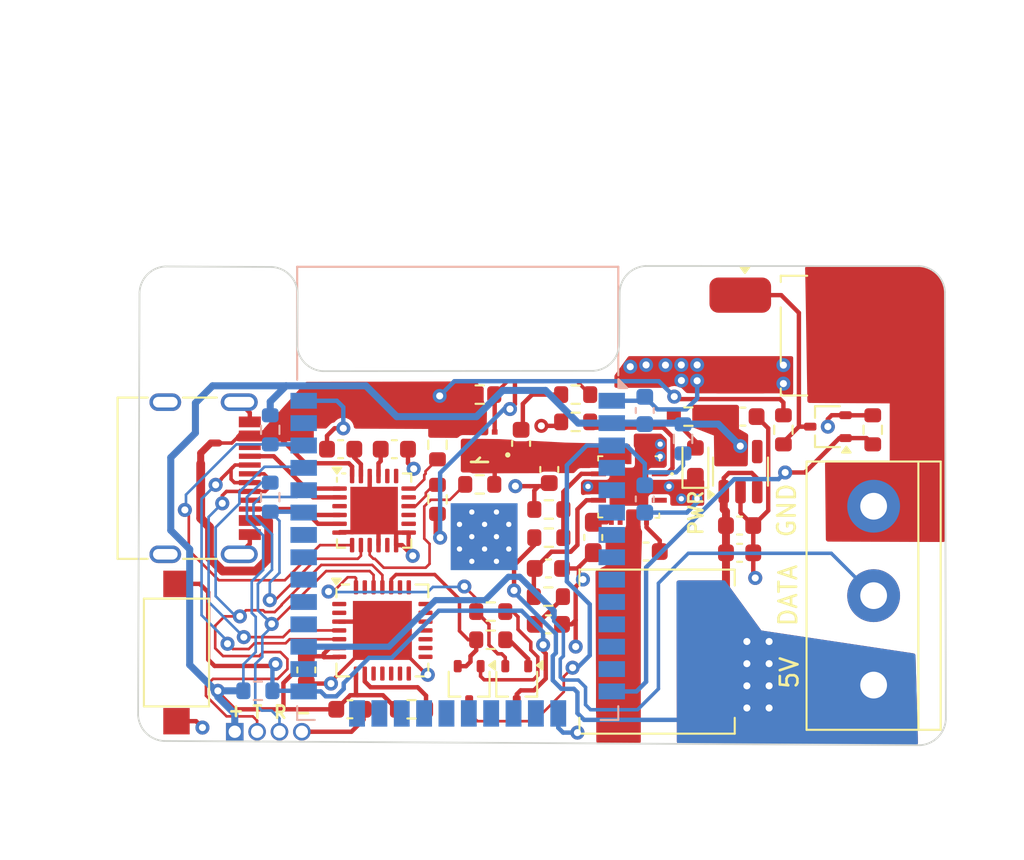
<source format=kicad_pcb>
(kicad_pcb (version 20221018) (generator pcbnew)
  (layers (0 "F.Cu" signal) (1 "In1.Cu" signal) (2 "In2.Cu" signal) (31 "B.Cu" signal) (34 "B.Paste" user) (35 "F.Paste" user) (36 "B.SilkS" user "B.Silkscreen") (37 "F.SilkS" user "F.Silkscreen") (38 "B.Mask" user) (39 "F.Mask" user) (44 "Edge.Cuts" user))
  (net 0 "")
  (net 1 "/BST")
  (net 2 "/SW")
  (net 3 "GND")
  (net 4 "+5V")
  (net 5 "Net-(C4-Pad2)")
  (net 6 "Net-(U2-VREG_2V7)")
  (net 7 "Net-(U2-VREG_1V2)")
  (net 8 "Net-(IC2-COMP)")
  (net 9 "/DRAIN")
  (net 10 "Net-(C10-Pad1)")
  (net 11 "+3.3V")
  (net 12 "Net-(Q2-B)")
  (net 13 "/DTR")
  (net 14 "/IO0")
  (net 15 "Net-(Q3-B)")
  (net 16 "/RTS")
  (net 17 "/EN")
  (net 18 "/FB")
  (net 19 "/SRC")
  (net 20 "/GATE")
  (net 21 "Net-(IC2-RT{slash}CLK)")
  (net 22 "Net-(U2-VBUS_EN_SNK)")
  (net 23 "Net-(U2-DISCH)")
  (net 24 "Net-(U2-VBUS_VS_DISCH)")
  (net 25 "Net-(U5-~{RST})")
  (net 36 "/LED_GND")
  (net 52 "/RX")
  (net 53 "/TX")
  (net 55 "Net-(J1-CC1)")
  (net 57 "Net-(J1-CC2)")
  (net 58 "/SCL")
  (net 59 "/SDA")
  (net 69 "/D+")
  (net 70 "/D-")
  (net 88 "Net-(IC2-SS{slash}TR)")
  (net 91 "Net-(Q4-G)")
  (net 92 "Net-(Q5-B)")
  (net 93 "/LED_DATA")
  (net 94 "Net-(D1-A)")
  (footprint "Package_DFN_QFN:QFN-28-1EP_5x5mm_P0.5mm_EP3.35x3.35mm" (layer "F.Cu") (at 123.02 84.98066)
    (fp_text reference "U5" hide)
    (fp_text value "CP2102N-Axx-xQFN28" hide)
  )
  (footprint "Capacitor_SMD:C_0603_1608Metric" (layer "F.Cu") (at 132.5 75.83566 -90)
    (fp_text reference "C9" hide)
    (fp_text value "10u" hide)
  )
  (footprint "Resistor_SMD:R_0603_1608Metric" (layer "F.Cu") (at 140.4 72.83566)
    (fp_text reference "R17" hide)
    (fp_text value "4k" hide)
  )
  (footprint "Capacitor_SMD:C_0603_1608Metric" (layer "F.Cu") (at 123.7 74.68566)
    (fp_text reference "C6" hide)
    (fp_text value "1u" hide)
  )
  (footprint "Capacitor_SMD:C_0603_1608Metric" (layer "F.Cu") (at 121.175 89.46066)
    (fp_text reference "C13" hide)
    (fp_text value "0.1u" hide)
  )
  (footprint "Capacitor_SMD:C_0603_1608Metric" (layer "F.Cu") (at 138 80.5 180)
    (fp_text reference "C1" hide)
    (fp_text value "0.1u" hide)
  )
  (footprint "Connector_USB:USB_C_Receptacle_G-Switch_GT-USB-7010ASV" (layer "F.Cu") (at 111.765 76.33566 -90)
    (fp_text reference "J1" hide)
    (fp_text value "USB_C_Receptacle")
  )
  (footprint "Capacitor_SMD:C_0603_1608Metric" (layer "F.Cu") (at 132.45 81.46066 180)
    (fp_text reference "C7" hide)
    (fp_text value "30p" hide)
  )
  (footprint "Package_TO_SOT_SMD:SOT-323_SC-70" (layer "F.Cu") (at 127.95 88.01066 -90)
    (fp_text reference "Q3" hide)
    (fp_text value "2SC4213" hide)
  )
  (footprint "Capacitor_SMD:C_0603_1608Metric" (layer "F.Cu") (at 130.9 74.36066 -90)
    (fp_text reference "C10" hide)
    (fp_text value "0.1u" hide)
  )
  (footprint "TPS54620:SN74CBT3126RGYR" (layer "F.Cu") (at 137.025 76.83566 180)
    (fp_text reference "IC2" hide)
    (fp_text value "TPS54620RGYR" hide)
  )
  (footprint "Resistor_SMD:R_0603_1608Metric" (layer "F.Cu") (at 124.675 89.46066)
    (fp_text reference "R12" hide)
    (fp_text value "4k" hide)
  )
  (footprint "Resistor_SMD:R_0603_1608Metric" (layer "F.Cu") (at 128.55 76.68566)
    (fp_text reference "R10" hide)
    (fp_text value "1k" hide)
  )
  (footprint "Inductor_SMD:L_Coilcraft_XAL8050-223" (layer "F.Cu") (at 138.625 86.18566)
    (fp_text reference "L1" hide)
    (fp_text value "3.3uH" hide)
  )
  (footprint "Resistor_SMD:R_0603_1608Metric" (layer "F.Cu") (at 132.45 83.06066 180)
    (fp_text reference "R6" hide)
    (fp_text value "4k" hide)
  )
  (footprint "LED_SMD:LED_0603_1608Metric" (layer "F.Cu") (at 140.8 75.39816 90)
    (fp_text reference "D1" hide)
    (fp_text value "LED_Small" hide)
  )
  (footprint "Resistor_SMD:R_0603_1608Metric" (layer "F.Cu") (at 134 71.58566)
    (fp_text reference "R9" hide)
    (fp_text value "100" hide)
  )
  (footprint "Capacitor_SMD:C_0603_1608Metric" (layer "F.Cu") (at 120.65 74.68566 180)
    (fp_text reference "C5" hide)
    (fp_text value "1u" hide)
  )
  (footprint "Capacitor_SMD:C_0603_1608Metric" (layer "F.Cu") (at 143.3125 80.57316 180)
    (fp_text reference "C3" hide)
    (fp_text value "20u" hide)
  )
  (footprint "yalc:AON2409" (layer "F.Cu") (at 128.5375 74.360661 180)
    (fp_text reference "Q1" hide)
    (fp_text value "PMOS" hide)
  )
  (footprint "Resistor_SMD:R_0603_1608Metric" (layer "F.Cu") (at 145.8 73.58566 90)
    (fp_text reference "R15" hide)
    (fp_text value "4k" hide)
  )
  (footprint "Package_TO_SOT_SMD:TO-252-2_TabPin1" (layer "F.Cu") (at 148.725 68.23566)
    (fp_text reference "Q4" hide)
    (fp_text value "NMOS" hide)
  )
  (footprint "Capacitor_SMD:C_0603_1608Metric_Pad1.08x0.95mm_HandSolder" (layer "F.Cu") (at 135 79.7 90)
    (fp_text reference "C8" hide)
    (fp_text value "2.7n" hide)
  )
  (footprint "Capacitor_SMD:C_0603_1608Metric" (layer "F.Cu") (at 118.7 87.225 -90)
    (fp_text reference "C15" hide)
    (fp_text value "4.7u")
  )
  (footprint "Package_TO_SOT_SMD:SOT-323_SC-70" (layer "F.Cu") (at 148.325 73.40566 180)
    (fp_text reference "Q5" hide)
    (fp_text value "2SC4213" hide)
  )
  (footprint "Button_Switch_SMD:SW_SPST_CK_RS282G05A3" (layer "F.Cu") (at 111.325 86.23566 90)
    (fp_text reference "SW1" hide)
    (fp_text value "SW_Push" hide)
  )
  (footprint "Resistor_SMD:R_0603_1608Metric" (layer "F.Cu") (at 132.475 78.11066 180)
    (fp_text reference "R4" hide)
    (fp_text value "10k" hide)
  )
  (footprint "Capacitor_SMD:C_0603_1608Metric" (layer "F.Cu") (at 143.5 72.83566 180)
    (fp_text reference "C12" hide)
    (fp_text value "10u" hide)
  )
  (footprint "Package_DFN_QFN:QFN-24-1EP_4x4mm_P0.5mm_EP2.7x2.7mm" (layer "F.Cu") (at 122.55 78.17316)
    (fp_text reference "U2" hide)
    (fp_text value "STUSB4500QTR" hide)
  )
  (footprint "Resistor_SMD:R_0603_1608Metric" (layer "F.Cu") (at 132.475 79.71066)
    (fp_text reference "R3" hide)
    (fp_text value "52.3k" hide)
  )
  (footprint "Connector_PinSocket_1.27mm:PinSocket_1x04_P1.27mm_Vertical" (layer "F.Cu") (at 114.635 90.73566 90)
    (fp_text reference "J3" hide)
    (fp_text value "Conn_01x04_Pin" hide)
  )
  (footprint "Capacitor_SMD:C_0603_1608Metric" (layer "F.Cu") (at 143.3125 79.02316 180)
    (fp_text reference "C2" hide)
    (fp_text value "20u" hide)
  )
  (footprint "Resistor_SMD:R_0603_1608Metric" (layer "F.Cu") (at 126.15 74.43566 90)
    (fp_text reference "R11" hide)
    (fp_text value "1k" hide)
  )
  (footprint "Resistor_SMD:R_0603_1608Metric" (layer "F.Cu") (at 129.175 83.91066)
    (fp_text reference "R14" hide)
    (fp_text value "4k" hide)
  )
  (footprint "Resistor_SMD:R_0603_1608Metric" (layer "F.Cu") (at 134 73.13566)
    (fp_text reference "R7" hide)
    (fp_text value "52.3k" hide)
  )
  (footprint "Resistor_SMD:R_0603_1608Metric" (layer "F.Cu") (at 126.15 77.53566 -90)
    (fp_text reference "R8" hide)
    (fp_text value "22k" hide)
  )
  (footprint "TerminalBlock:TerminalBlock_bornier-3_P5.08mm" (layer "F.Cu") (at 150.925 88.08566 90)
    (fp_text reference "J2" hide)
    (fp_text value "Conn_01x03_Pin")
  )
  (footprint "Resistor_SMD:R_0603_1608Metric" (layer "F.Cu") (at 128.55 71.58566 180)
    (fp_text reference "R5" hide)
    (fp_text value "100k" hide)
  )
  (footprint "Package_TO_SOT_SMD:SOT-23-5" (layer "F.Cu") (at 143.3625 75.96066 90)
    (fp_text reference "U3" hide)
    (fp_text value "LD39015M25R" hide)
  )
  (footprint "Resistor_SMD:R_0603_1608Metric" (layer "F.Cu") (at 129.175 85.51066)
    (fp_text reference "R13" hide)
    (fp_text value "4k" hide)
  )
  (footprint "Package_TO_SOT_SMD:SOT-323_SC-70" (layer "F.Cu") (at 130.6525 88.01066 -90)
    (fp_text reference "Q2" hide)
    (fp_text value "2SC4213" hide)
  )
  (footprint "Capacitor_SMD:C_0603_1608Metric" (layer "F.Cu") (at 132.45 84.63566 180)
    (fp_text reference "C4" hide)
    (fp_text value "16n" hide)
  )
  (footprint "Resistor_SMD:R_0603_1608Metric" (layer "F.Cu") (at 150.875 73.58566 90)
    (fp_text reference "R16" hide)
    (fp_text value "4k" hide)
  )
  (footprint "Resistor_SMD:R_0603_1608Metric" (layer "B.Cu") (at 115.95 88.41066)
    (fp_text reference "R1" hide)
    (fp_text value "4k" hide)
  )
  (footprint "Resistor_SMD:R_0603_1608Metric" (layer "B.Cu") (at 116.65 77.41066 90)
    (fp_text reference "R18" hide)
    (fp_text value "4k" hide)
  )
  (footprint "Capacitor_SMD:C_0603_1608Metric" (layer "B.Cu") (at 137.925 77.51066 90)
    (fp_text reference "C14" hide)
    (fp_text value "10u" hide)
  )
  (footprint "Capacitor_SMD:C_0603_1608Metric" (layer "B.Cu") (at 137.925 72.48566 90)
    (fp_text reference "C11" hide)
    (fp_text value "0.1u" hide)
  )
  (footprint "Resistor_SMD:R_0603_1608Metric" (layer "B.Cu") (at 116.65 73.58566 90)
    (fp_text reference "R19" hide)
    (fp_text value "4k" hide)
  )
  (footprint "RF_Module:ESP32-WROOM-32D" (layer "B.Cu") (at 127.3 80.18566 180)
    (fp_text reference "U1" hide)
    (fp_text value "ESP32-WROOM-32D")
  )
  (footprint "Resistor_SMD:R_0603_1608Metric" (layer "B.Cu") (at 140.1 74.1 -90)
    (fp_text reference "R2" hide)
    (fp_text value "4k" hide)
  )
  (gr_line (start 153.5 64.28566) (end 137.968057 64.280965) (stroke (width 0.1)) (layer "Edge.Cuts"))
  (gr_line (start 155.025392 90.025839) (end 154.974668 65.754099) (stroke (width 0.1)) (layer "Edge.Cuts"))
  (gr_arc (start 155.025392 90.025839) (mid 154.57499 91.045796) (end 153.556953 91.500507) (stroke (width 0.1)) (layer "Edge.Cuts"))
  (gr_line (start 135 70.23566) (end 119.649668 70.254099) (stroke (width 0.1)) (layer "Edge.Cuts"))
  (gr_arc (start 116.730027 64.335278) (mid 117.749978 64.78567) (end 118.204695 65.803717) (stroke (width 0.1)) (layer "Edge.Cuts"))
  (gr_line (start 118.175 68.78566) (end 118.204695 65.803717) (stroke (width 0.1)) (layer "Edge.Cuts"))
  (gr_arc (start 110.619973 91.261042) (mid 109.600022 90.81065) (end 109.145305 89.792603) (stroke (width 0.1)) (layer "Edge.Cuts"))
  (gr_line (start 136.499618 65.755633) (end 136.468439 68.760992) (stroke (width 0.1)) (layer "Edge.Cuts"))
  (gr_line (start 110.693057 64.305965) (end 116.730027 64.335278) (stroke (width 0.1)) (layer "Edge.Cuts"))
  (gr_arc (start 119.649668 70.254099) (mid 118.629701 69.803709) (end 118.175 68.78566) (stroke (width 0.1)) (layer "Edge.Cuts"))
  (gr_arc (start 136.468439 68.760992) (mid 136.018049 69.780959) (end 135 70.23566) (stroke (width 0.1)) (layer "Edge.Cuts"))
  (gr_arc (start 136.499618 65.755633) (mid 136.95001 64.735682) (end 137.968057 64.280965) (stroke (width 0.1)) (layer "Edge.Cuts"))
  (gr_arc (start 153.5 64.28566) (mid 154.519973 64.736042) (end 154.974668 65.754099) (stroke (width 0.1)) (layer "Edge.Cuts"))
  (gr_line (start 110.619973 91.261042) (end 153.556953 91.500507) (stroke (width 0.1)) (layer "Edge.Cuts"))
  (gr_arc (start 109.224618 65.780633) (mid 109.67501 64.760682) (end 110.693057 64.305965) (stroke (width 0.1)) (layer "Edge.Cuts"))
  (gr_line (start 109.224618 65.780633) (end 109.145305 89.792603) (stroke (width 0.1)) (layer "Edge.Cuts"))
  (gr_text "PWR" (at 141.3 79.66066 90) (layer "F.SilkS") (effects (font (size 0.8 0.8)) (justify left bottom)))
  (gr_text "-" (at 118 90.03566) (layer "F.SilkS") (effects (font (size 0.7 0.7)) (justify left bottom)))
  (gr_text "5V" (at 146.725 88.38566 90) (layer "F.SilkS") (effects (font (size 1 1)) (justify left bottom)))
  (gr_text "R" (at 116.775 90.03566) (layer "F.SilkS") (effects (font (size 0.7 0.7)) (justify left bottom)))
  (gr_text "+" (at 114.175 89.93566) (layer "F.SilkS") (effects (font (size 0.7 0.7)) (justify left bottom)))
  (gr_text "T" (at 115.55 90.03566) (layer "F.SilkS") (effects (font (size 0.7 0.7)) (justify left bottom)))
  (gr_text "DATA" (at 146.65 84.83566 90) (layer "F.SilkS") (effects (font (size 1 1)) (justify left bottom)))
  (gr_text "GND" (at 146.575 79.78566 90) (layer "F.SilkS") (effects (font (size 1 1)) (justify left bottom)))
  (segment (start 138.775 79.875) (end 138.775 80.5) (width 0.25) (layer "F.Cu") (net 1))
  (segment (start 138.025 78.56066) (end 138.025 79.125) (width 0.25) (layer "F.Cu") (net 1))
  (segment (start 138.025 79.125) (end 138.775 79.875) (width 0.25) (layer "F.Cu") (net 1))
  (segment (start 131.9 76.78566) (end 132.325 76.78566) (width 0.25) (layer "F.Cu") (net 3))
  (segment (start 130.575 76.78566) (end 131.4 76.78566) (width 0.25) (layer "F.Cu") (net 3))
  (segment (start 122.55 78.17316) (end 123.8 79.42316) (width 0.25) (layer "F.Cu") (net 3))
  (segment (start 143.3625 77.09816) (end 143.3625 78.29816) (width 0.25) (layer "F.Cu") (net 3))
  (segment (start 149.33 72.76066) (end 149.325 72.75566) (width 0.25) (layer "F.Cu") (net 3))
  (segment (start 122.8 78.42316) (end 122.55 78.17316) (width 0.25) (layer "F.Cu") (net 3))
  (segment (start 133.76434 84.63566) (end 134 84.4) (width 0.25) (layer "F.Cu") (net 3))
  (segment (start 137.525 75.11066) (end 138.025 75.11066) (width 0.25) (layer "F.Cu") (net 3))
  (segment (start 123.8 79.42316) (end 124.5125 79.42316) (width 0.25) (layer "F.Cu") (net 3))
  (segment (start 150.875 72.76066) (end 149.33 72.76066) (width 0.25) (layer "F.Cu") (net 3))
  (segment (start 134 84.4) (end 134 85.9) (width 0.25) (layer "F.Cu") (net 3))
  (segment (start 133.225 81.46066) (end 134.10184 81.46066) (width 0.25) (layer "F.Cu") (net 3))
  (segment (start 148.325 72.975) (end 148.54434 72.75566) (width 0.25) (layer "F.Cu") (net 3))
  (segment (start 115.49 79.53566) (end 115.49 80.05566) (width 0.25) (layer "F.Cu") (net 3))
  (segment (start 124.799097 75.799097) (end 124.475 75.475) (width 0.25) (layer "F.Cu") (net 3))
  (segment (start 121.325 79.39816) (end 122.55 78.17316) (width 0.25) (layer "F.Cu") (net 3))
  (segment (start 118.7 88) (end 120.1 88) (width 0.25) (layer "F.Cu") (net 3))
  (segment (start 125.53934 87.5) (end 123.02 84.98066) (width 0.2) (layer "F.Cu") (net 3))
  (segment (start 132.325 76.78566) (end 132.5 76.61066) (width 0.25) (layer "F.Cu") (net 3))
  (segment (start 134.412299 82.087701) (end 134.18125 81.856652) (width 0.25) (layer "F.Cu") (net 3))
  (segment (start 123.8 79.42316) (end 123.8 80.13566) (width 0.25) (layer "F.Cu") (net 3))
  (segment (start 120.1 88) (end 120.1 87.9) (width 0.2) (layer "F.Cu") (net 3))
  (segment (start 122.52 84.48066) (end 123.02 84.98066) (width 0.25) (layer "F.Cu") (net 3))
  (segment (start 120.6125 79.39816) (end 121.325 79.39816) (width 0.25) (layer "F.Cu") (net 3))
  (segment (start 120.5875 79.42316) (end 120.6125 79.39816) (width 0.25) (layer "F.Cu") (net 3))
  (segment (start 131.65 78.11066) (end 131.65 77.03566) (width 0.25) (layer "F.Cu") (net 3))
  (segment (start 144.0875 79.02316) (end 144.0875 80.57316) (width 0.25) (layer "F.Cu") (net 3))
  (segment (start 144.0875 81.8875) (end 144.2 82) (width 0.25) (layer "F.Cu") (net 3))
  (segment (start 120.8 73.5) (end 120.3 73.5) (width 0.25) (layer "F.Cu") (net 3))
  (segment (start 134 84.4) (end 134 82.5) (width 0.25) (layer "F.Cu") (net 3))
  (segment (start 124.743767 80.743767) (end 124.5125 80.5125) (width 0.25) (layer "F.Cu") (net 3))
  (segment (start 122.8 80.13566) (end 122.8 78.42316) (width 0.25) (layer "F.Cu") (net 3))
  (segment (start 132.05 73.36066) (end 132.95 73.36066) (width 0.25) (layer "F.Cu") (net 3))
  (segment (start 137.025 76.83566) (end 137.525 76.33566) (width 0.25) (layer "F.Cu") (net 3))
  (segment (start 134.975 80.63566) (end 135 80.61066) (width 0.25) (layer "F.Cu") (net 3))
  (segment (start 137.525 76.33566) (end 137.525 75.11066) (width 0.25) (layer "F.Cu") (net 3))
  (segment (start 121.95 90.05) (end 121.95 89.46066) (width 0.25) (layer "F.Cu") (net 3))
  (segment (start 133.225 84.63566) (end 133.76434 84.63566) (width 0.25) (layer "F.Cu") (net 3))
  (segment (start 143.3625 78.29816) (end 144.0875 79.02316) (width 0.25) (layer "F.Cu") (net 3))
  (segment (start 148.325 73.40566) (end 148.325 72.975) (width 0.25) (layer "F.Cu") (net 3))
  (segment (start 124.743767 80.743767) (end 124.13566 80.13566) (width 0.25) (layer "F.Cu") (net 3))
  (segment (start 124.5125 80.5125) (end 124.5125 79.42316) (width 0.25) (layer "F.Cu") (net 3))
  (segment (start 124.13566 80.13566) (end 123.8 80.13566) (width 0.25) (layer "F.Cu") (net 3))
  (segment (start 115.49 80.05566) (end 114.89 80.65566) (width 0.25) (layer "F.Cu") (net 3))
  (segment (start 144.0875 80.57316) (end 144.0875 81.8875) (width 0.25) (layer "F.Cu") (net 3))
  (segment (start 125.6 87.5) (end 125.53934 87.5) (width 0.25) (layer "F.Cu") (net 3))
  (segment (start 144.9375 73.49816) (end 144.275 72.83566) (width 0.25) (layer "F.Cu") (net 3))
  (segment (start 144.0875 79.02316) (end 144.9375 78.17316) (width 0.25) (layer "F.Cu") (net 3))
  (segment (start 122.3 76.21066) (end 122.3 77.92316) (width 0.25) (layer "F.Cu") (net 3))
  (segment (start 120.3 73.5) (end 119.875 73.925) (width 0.25) (layer "F.Cu") (net 3))
  (segment (start 115.49 73.13566) (end 115.49 72.61566) (width 0.25) (layer "F.Cu") (net 3))
  (segment (start 134 82.5) (end 134.412299 82.087701) (width 0.25) (layer "F.Cu") (net 3))
  (segment (start 144.9375 78.17316) (end 144.9375 73.49816) (width 0.25) (layer "F.Cu") (net 3))
  (segment (start 120.57 84.48066) (end 122.52 84.48066) (width 0.25) (layer "F.Cu") (net 3))
  (segment (start 124.475 75.475) (end 124.475 74.68566) (width 0.25) (layer "F.Cu") (net 3))
  (segment (start 122.3 77.92316) (end 122.55 78.17316) (width 0.25) (layer "F.Cu") (net 3))
  (segment (start 134.18125 81.856652) (end 134.18125 81.38125) (width 0.25) (layer "F.Cu") (net 3))
  (segment (start 131.65 77.03566) (end 131.9 76.78566) (width 0.25) (layer "F.Cu") (net 3))
  (segment (start 118.445 90.73566) (end 121.26434 90.73566) (width 0.25) (layer "F.Cu") (net 3))
  (segment (start 115.49 72.61566) (end 114.89 72.01566) (width 0.25) (layer "F.Cu") (net 3))
  (segment (start 121.26434 90.73566) (end 121.95 90.05) (width 0.25) (layer "F.Cu") (net 3))
  (segment (start 131.4 76.78566) (end 131.9 76.78566) (width 0.25) (layer "F.Cu") (net 3))
  (segment (start 112.43566 90.13566) (end 112.8 90.5) (width 0.25) (layer "F.Cu") (net 3))
  (segment (start 134.10184 81.46066) (end 134.18125 81.38125) (width 0.25) (layer "F.Cu") (net 3))
  (segment (start 132.95 73.36066) (end 133.175 73.13566) (width 0.25) (layer "F.Cu") (net 3))
  (segment (start 119.875 73.925) (end 119.875 74.68566) (width 0.25) (layer "F.Cu") (net 3))
  (segment (start 123.01934 84.98066) (end 123.02 84.98066) (width 0.2) (layer "F.Cu") (net 3))
  (segment (start 111.325 90.13566) (end 112.43566 90.13566) (width 0.25) (layer "F.Cu") (net 3))
  (segment (start 148.54434 72.75566) (end 149.325 72.75566) (width 0.25) (layer "F.Cu") (net 3))
  (segment (start 133.225 81.46066) (end 133.225 81.36066) (width 0.25) (layer "F.Cu") (net 3))
  (segment (start 134.18125 81.38125) (end 135 80.5625) (width 0.25) (layer "F.Cu") (net 3))
  (segment (start 120.1 87.9) (end 123.01934 84.98066) (width 0.2) (layer "F.Cu") (net 3))
  (via (at 134.1 90.78516) (size 0.8) (drill 0.4) (layers "F.Cu" "B.Cu") (net 3))
  (via (at 144.2 82) (size 0.8) (drill 0.4) (layers "F.Cu" "B.Cu") (net 3))
  (via (at 120.8 73.5) (size 0.8) (drill 0.4) (layers "F.Cu" "B.Cu") (net 3))
  (via (at 138.8 74.4) (size 0.6) (drill 0.3) (layers "F.Cu" "B.Cu") (net 3))
  (via (at 140 77.5) (size 0.6) (drill 0.3) (layers "F.Cu" "B.Cu") (net 3))
  (via (at 138.8 75.1) (size 0.6) (drill 0.3) (layers "F.Cu" "B.Cu") (net 3))
  (via (at 148.325 73.40566) (size 0.8) (drill 0.4) (layers "F.Cu" "B.Cu") (net 3))
  (via (at 124.799097 75.799097) (size 0.8) (drill 0.4) (layers "F.Cu" "B.Cu") (net 3))
  (via (at 132.05 73.36066) (size 0.8) (drill 0.4) (layers "F.Cu" "B.Cu") (remove_unused_layers) (zone_layer_connections "In1.Cu" "In2.Cu") (net 3))
  (via (at 137.1 70) (size 0.8) (drill 0.4) (layers "F.Cu" "B.Cu") (net 3))
  (via (at 134.412299 82.087701) (size 0.8) (drill 0.4) (layers "F.Cu" "B.Cu") (net 3))
  (via (at 140.005937 70.786643) (size 0.8) (drill 0.4) (layers "F.Cu" "B.Cu") (net 3))
  (via (at 130.575 76.78566) (size 0.8) (drill 0.4) (layers "F.Cu" "B.Cu") (net 3))
  (via (at 139.1 69.91066) (size 0.8) (drill 0.4) (layers "F.Cu" "B.Cu") (net 3))
  (via (at 140.9 69.9) (size 0.8) (drill 0.4) (layers "F.Cu" "B.Cu") (net 3))
  (via (at 120.1 88) (size 0.8) (drill 0.4) (layers "F.Cu" "B.Cu") (net 3))
  (via (at 145.8 70.96066) (size 0.8) (drill 0.4) (layers "F.Cu" "B.Cu") (net 3))
  (via (at 140.9 70.8) (size 0.8) (drill 0.4) (layers "F.Cu" "B.Cu") (net 3))
  (via (at 112.8 90.5) (size 0.8) (drill 0.4) (layers "F.Cu" "B.Cu") (net 3))
  (via (at 140 69.9) (size 0.8) (drill 0.4) (layers "F.Cu" "B.Cu") (net 3))
  (via (at 124.743767 80.743767) (size 0.8) (drill 0.4) (layers "F.Cu" "B.Cu") (net 3))
  (via (at 145.8 69.91066) (size 0.8) (drill 0.4) (layers "F.Cu" "B.Cu") (net 3))
  (via (at 134 85.9) (size 0.8) (drill 0.4) (layers "F.Cu" "B.Cu") (net 3))
  (via (at 125.6 87.5) (size 0.8) (drill 0.4) (layers "F.Cu" "B.Cu") (net 3))
  (via (at 134.7 76.8) (size 0.6) (drill 0.3) (layers "F.Cu" "B.Cu") (net 3))
  (via (at 138 69.9) (size 0.8) (drill 0.4) (layers "F.Cu" "B.Cu") (net 3))
  (via (at 140.9 77.5) (size 0.6) (drill 0.3) (layers "F.Cu" "B.Cu") (net 3))
  (via (at 139.3 76.8) (size 0.6) (drill 0.3) (layers "F.Cu" "B.Cu") (net 3))
  (segment (start 138.63934 72.425) (end 140.275 72.425) (width 0.25) (layer "B.Cu") (net 3))
  (segment (start 140.9 71.8) (end 140.9 70.8) (width 0.25) (layer "B.Cu") (net 3))
  (segment (start 120.43566 71.93566) (end 118.55 71.93566) (width 0.25) (layer "B.Cu") (net 3))
  (segment (start 137.925 71.71066) (end 138.63934 72.425) (width 0.25) (layer "B.Cu") (net 3))
  (segment (start 137.7 71.93566) (end 137.925 71.71066) (width 0.25) (layer "B.Cu") (net 3))
  (segment (start 140.275 72.425) (end 140.9 71.8) (width 0.25) (layer "B.Cu") (net 3))
  (segment (start 140.937701 77.437701) (end 140.937701 77.662299) (width 0.25) (layer "B.Cu") (net 3))
  (segment (start 120.8 72.3) (end 120.43566 71.93566) (width 0.25) (layer "B.Cu") (net 3))
  (segment (start 140.31434 78.28566) (end 137.925 78.28566) (width 0.25) (layer "B.Cu") (net 3))
  (segment (start 136.05 71.93566) (end 137.7 71.93566) (width 0.25) (layer "B.Cu") (net 3))
  (segment (start 134.1 90.78516) (end 133.28516 90.78516) (width 0.25) (layer "B.Cu") (net 3))
  (segment (start 140.937701 77.662299) (end 140.31434 78.28566) (width 0.25) (layer "B.Cu") (net 3))
  (segment (start 120.8 73.5) (end 120.8 72.3) (width 0.25) (layer "B.Cu") (net 3))
  (segment (start 133.28516 90.78516) (end 133.01 90.51) (width 0.25) (layer "B.Cu") (net 3))
  (segment (start 137.925 78.28566) (end 137.925 78.425) (width 0.25) (layer "B.Cu") (net 3))
  (segment (start 133.01 90.51) (end 133.01 89.69566) (width 0.25) (layer "B.Cu") (net 3))
  (segment (start 130.5 81.28566) (end 131.65 80.13566) (width 0.25) (layer "F.Cu") (net 4))
  (segment (start 142.5375 79.02316) (end 142.5375 80.57316) (width 0.45) (layer "F.Cu") (net 4))
  (segment (start 130.5 82.71066) (end 130.5 81.28566) (width 0.25) (layer "F.Cu") (net 4))
  (segment (start 142.4125 78.09816) (end 142.4125 77.09816) (width 0.45) (layer "F.Cu") (net 4))
  (segment (start 142.7 76.03566) (end 144 76.03566) (width 0.25) (layer "F.Cu") (net 4))
  (segment (start 131.65 80.13566) (end 131.65 79.71066) (width 0.25) (layer "F.Cu") (net 4))
  (segment (start 144 76.03566) (end 144.3125 76.34816) (width 0.25) (layer "F.Cu") (net 4))
  (segment (start 142.5375 84.85316) (end 141.205 86.18566) (width 0.45) (layer "F.Cu") (net 4))
  (segment (start 144.3125 76.34816) (end 144.3125 77.09816) (width 0.25) (layer "F.Cu") (net 4))
  (segment (start 142.4125 77.09816) (end 142.4125 76.32316) (width 0.25) (layer "F.Cu") (net 4))
  (segment (start 142.5375 80.57316) (end 142.5375 84.85316) (width 0.45) (layer "F.Cu") (net 4))
  (segment (start 142.5375 78.22316) (end 142.4125 78.09816) (width 0.45) (layer "F.Cu") (net 4))
  (segment (start 142.5375 79.02316) (end 142.5375 78.22316) (width 0.45) (layer "F.Cu") (net 4))
  (segment (start 142.4125 76.32316) (end 142.7 76.03566) (width 0.25) (layer "F.Cu") (net 4))
  (via (at 144.9875 88.127326) (size 0.8) (drill 0.4) (layers "F.Cu" "B.Cu") (net 4))
  (via (at 143.725 86.868993) (size 0.8) (drill 0.4) (layers "F.Cu" "B.Cu") (net 4))
  (via (at 144.9875 89.38566) (size 0.8) (drill 0.4) (layers "F.Cu" "B.Cu") (net 4))
  (via (at 130.5 82.71066) (size 0.8) (drill 0.4) (layers "F.Cu" "B.Cu") (net 4))
  (via (at 143.725 85.61066) (size 0.8) (drill 0.4) (layers "F.Cu" "B.Cu") (net 4))
  (via (at 143.725 89.38566) (size 0.8) (drill 0.4) (layers "F.Cu" "B.Cu") (net 4))
  (via (at 143.725 88.127326) (size 0.8) (drill 0.4) (layers "F.Cu" "B.Cu") (net 4))
  (via (at 144.9875 86.868993) (size 0.8) (drill 0.4) (layers "F.Cu" "B.Cu") (net 4))
  (via (at 144.9875 85.61066) (size 0.8) (drill 0.4) (layers "F.Cu" "B.Cu") (net 4))
  (segment (start 134.1 88.5) (end 133.9 88.3) (width 0.25) (layer "B.Cu") (net 4))
  (segment (start 130.5 82.799264) (end 130.5 82.71066) (width 0.25) (layer "B.Cu") (net 4))
  (segment (start 132.7 86.435964) (end 132.875 86.260964) (width 0.25) (layer "B.Cu") (net 4))
  (segment (start 133.9 88.3) (end 133.1883 88.3) (width 0.25) (layer "B.Cu") (net 4))
  (segment (start 132.875 86.260964) (end 132.875 85.174264) (width 0.25) (layer "B.Cu") (net 4))
  (segment (start 133.1883 88.3) (end 132.7 87.8117) (width 0.25) (layer "B.Cu") (net 4))
  (segment (start 134.475 90.06066) (end 134.1 89.68566) (width 0.25) (layer "B.Cu") (net 4))
  (segment (start 143.05 90.06066) (end 134.475 90.06066) (width 0.25) (layer "B.Cu") (net 4))
  (segment (start 143.725 89.38566) (end 143.05 90.06066) (width 0.25) (layer "B.Cu") (net 4))
  (segment (start 132.875 85.174264) (end 130.5 82.799264) (width 0.25) (layer "B.Cu") (net 4))
  (segment (start 132.7 87.8117) (end 132.7 86.435964) (width 0.25) (layer "B.Cu") (net 4))
  (segment (start 134.1 89.68566) (end 134.1 88.5) (width 0.25) (layer "B.Cu") (net 4))
  (segment (start 131.7 84.71066) (end 133.275 83.13566) (width 0.25) (layer "F.Cu") (net 5))
  (segment (start 131.675 84.71066) (end 131.7 84.71066) (width 0.25) (layer "F.Cu") (net 5))
  (segment (start 121.8 75.53566) (end 121.8 76.21066) (width 0.25) (layer "F.Cu") (net 6))
  (segment (start 121.425 75.16066) (end 121.8 75.53566) (width 0.25) (layer "F.Cu") (net 6))
  (segment (start 121.425 74.68566) (end 121.425 75.16066) (width 0.25) (layer "F.Cu") (net 6))
  (segment (start 122.8 75.48566) (end 122.8 76.21066) (width 0.25) (layer "F.Cu") (net 7))
  (segment (start 122.925 75.36066) (end 122.8 75.48566) (width 0.25) (layer "F.Cu") (net 7))
  (segment (start 122.925 74.68566) (end 122.925 75.36066) (width 0.25) (layer "F.Cu") (net 7))
  (segment (start 134.61434 77.58566) (end 135.3 77.58566) (width 0.25) (layer "F.Cu") (net 8))
  (segment (start 134.1 80.128122) (end 134.1 78.1) (width 0.25) (layer "F.Cu") (net 8))
  (segment (start 132.625 80.51066) (end 133.717462 80.51066) (width 0.25) (layer "F.Cu") (net 8))
  (segment (start 134.1 78.1) (end 134.61434 77.58566) (width 0.25) (layer "F.Cu") (net 8))
  (segment (start 131.625 83.13566) (end 131.625 81.63566) (width 0.25) (layer "F.Cu") (net 8))
  (segment (start 131.625 81.63566) (end 131.675 81.58566) (width 0.25) (layer "F.Cu") (net 8))
  (segment (start 131.675 81.46066) (end 132.625 80.51066) (width 0.25) (layer "F.Cu") (net 8))
  (segment (start 133.717462 80.51066) (end 134.1 80.128122) (width 0.25) (layer "F.Cu") (net 8))
  (segment (start 129.4 76.66066) (end 129.375 76.68566) (width 0.25) (layer "F.Cu") (net 9))
  (segment (start 129.4 75.01066) (end 129.4 76.66066) (width 0.25) (layer "F.Cu") (net 9))
  (segment (start 131 73.48566) (end 131 72.110355) (width 0.25) (layer "F.Cu") (net 10))
  (segment (start 131 72.110355) (end 131.524695 71.58566) (width 0.25) (layer "F.Cu") (net 10))
  (segment (start 131.524695 71.58566) (end 133.175 71.58566) (width 0.25) (layer "F.Cu") (net 10))
  (segment (start 130.9 73.58566) (end 131 73.48566) (width 0.25) (layer "F.Cu") (net 10))
  (segment (start 119.7 86.5) (end 119.7 86.3) (width 0.25) (layer "F.Cu") (net 11))
  (segment (start 114.625 89.46066) (end 113.6375 88.47316) (width 0.25) (layer "F.Cu") (net 11))
  (segment (start 121.52 87.43066) (end 121.52 88.58066) (width 0.25) (layer "F.Cu") (net 11))
  (segment (start 123.85 89.46066) (end 123.85 89.28566) (width 0.2) (layer "F.Cu") (net 11))
  (segment (start 117.4 89.46066) (end 114.625 89.46066) (width 0.25) (layer "F.Cu") (net 11))
  (segment (start 143.0375 74.82316) (end 143.3 74.56066) (width 0.25) (layer "F.Cu") (net 11))
  (segment (start 118.7 86.45) (end 119.65 86.45) (width 0.25) (layer "F.Cu") (net 11))
  (segment (start 118.7 86.665686) (end 117.4 87.965686) (width 0.25) (layer "F.Cu") (net 11))
  (segment (start 143.35 74.51066) (end 143.3 74.56066) (width 0.25) (layer "F.Cu") (net 11))
  (segment (start 119.7 86.3) (end 120.01934 85.98066) (width 0.25) (layer "F.Cu") (net 11))
  (segment (start 121.52 88.58066) (end 121.6 88.66066) (width 0.25) (layer "F.Cu") (net 11))
  (segment (start 120.01934 85.98066) (end 120.57 85.98066) (width 0.25) (layer "F.Cu") (net 11))
  (segment (start 121.6 88.66066) (end 123.05 88.66066) (width 0.25) (layer "F.Cu") (net 11))
  (segment (start 120.4 89.46066) (end 121.2 88.66066) (width 0.25) (layer "F.Cu") (net 11))
  (segment (start 119.7 86.5) (end 120.55066 86.5) (width 0.25) (layer "F.Cu") (net 11))
  (segment (start 121.2 88.66066) (end 121.6 88.66066) (width 0.25) (layer "F.Cu") (net 11))
  (segment (start 119.65 86.45) (end 119.7 86.5) (width 0.25) (layer "F.Cu") (net 11))
  (segment (start 120.4 89.46066) (end 117.4 89.46066) (width 0.25) (layer "F.Cu") (net 11))
  (segment (start 123.05 88.66066) (end 123.85 89.46066) (width 0.25) (layer "F.Cu") (net 11))
  (segment (start 142.4125 74.82316) (end 143.0375 74.82316) (width 0.25) (layer "F.Cu") (net 11))
  (segment (start 118.7 86.45) (end 118.7 86.665686) (width 0.25) (layer "F.Cu") (net 11))
  (segment (start 120.55066 86.5) (end 120.57 86.48066) (width 0.25) (layer "F.Cu") (net 11))
  (segment (start 117.4 87.965686) (end 117.4 89.46066) (width 0.25) (layer "F.Cu") (net 11))
  (via (at 143.35 74.51066) (size 0.8) (drill 0.4) (layers "F.Cu" "B.Cu") (net 11))
  (via (at 113.675 88.41066) (size 0.8) (drill 0.4) (layers "F.Cu" "B.Cu") (net 11))
  (segment (start 116.25 81.540686) (end 115.6 82.190686) (width 0.15) (layer "B.Cu") (net 11))
  (segment (start 112.075 86.93566) (end 113.55 88.41066) (width 0.4) (layer "B.Cu") (net 11))
  (segment (start 137.4 73.20566) (end 140.03066 73.20566) (width 0.4) (layer "B.Cu") (net 11))
  (segment (start 112.075 80.367868) (end 112.075 86.93566) (width 0.4) (layer "B.Cu") (net 11))
  (segment (start 111 75.16066) (end 111 79.292868) (width 0.4) (layer "B.Cu") (net 11))
  (segment (start 113.675 88.41066) (end 113.675 88.76066) (width 0.4) (layer "B.Cu") (net 11))
  (segment (start 115.825 84.210229) (end 115.825 86.21066) (width 0.15) (layer "B.Cu") (net 11))
  (segment (start 123.83566 72.83566) (end 122.08566 71.08566) (width 0.4) (layer "B.Cu") (net 11))
  (segment (start 113.55 88.41066) (end 113.675 88.41066) (width 0.4) (layer "B.Cu") (net 11))
  (segment (start 140.1 73.275) (end 140.11434 73.26066) (width 0.4) (layer "B.Cu") (net 11))
  (segment (start 113.675 88.76066) (end 114.635 89.72066) (width 0.4) (layer "B.Cu") (net 11))
  (segment (start 115.6 82.190686) (end 115.6 83.985229) (width 0.15) (layer "B.Cu") (net 11))
  (segment (start 137.4 73.20566) (end 137.87 73.20566) (width 0.4) (layer "B.Cu") (net 11))
  (segment (start 115.325 78.66066) (end 116.25 79.58566) (width 0.15) (layer "B.Cu") (net 11))
  (segment (start 117.55 71.08566) (end 113.375 71.08566) (width 0.4) (layer "B.Cu") (net 11))
  (segment (start 112.4 73.76066) (end 111 75.16066) (width 0.4) (layer "B.Cu") (net 11))
  (segment (start 112.4 72.06066) (end 112.4 73.76066) (width 0.4) (layer "B.Cu") (net 11))
  (segment (start 113.675 88.41066) (end 115.125 88.41066) (width 0.4) (layer "B.Cu") (net 11))
  (segment (start 140.11434 73.26066) (end 142.1 73.26066) (width 0.4) (layer "B.Cu") (net 11))
  (segment (start 132.287347 71.348007) (end 129.856282 71.348007) (width 0.4) (layer "B.Cu") (net 11))
  (segment (start 128.368629 72.83566) (end 123.83566 72.83566) (width 0.4) (layer "B.Cu") (net 11))
  (segment (start 140.03066 73.20566) (end 140.1 73.275) (width 0.4) (layer "B.Cu") (net 11))
  (segment (start 137.87 73.20566) (end 137.925 73.26066) (width 0.25) (layer "B.Cu") (net 11))
  (segment (start 116.65 76.58566) (end 116.15 76.58566) (width 0.15) (layer "B.Cu") (net 11))
  (segment (start 115.125 86.91066) (end 115.125 88.41066) (width 0.15) (layer "B.Cu") (net 11))
  (segment (start 129.856282 71.348007) (end 128.368629 72.83566) (width 0.4) (layer "B.Cu") (net 11))
  (segment (start 115.825 86.21066) (end 115.125 86.91066) (width 0.15) (layer "B.Cu") (net 11))
  (segment (start 111 79.292868) (end 112.075 80.367868) (width 0.4) (layer "B.Cu") (net 11))
  (segment (start 134.145 73.20566) (end 132.287347 71.348007) (width 0.4) (layer "B.Cu") (net 11))
  (segment (start 116.15 76.58566) (end 115.325 77.41066) (width 0.15) (layer "B.Cu") (net 11))
  (segment (start 136.05 73.20566) (end 134.145 73.20566) (width 0.4) (layer "B.Cu") (net 11))
  (segment (start 115.6 83.985229) (end 115.825 84.210229) (width 0.15) (layer "B.Cu") (net 11))
  (segment (start 136.05 73.20566) (end 137.4 73.20566) (width 0.4) (layer "B.Cu") (net 11))
  (segment (start 116.25 79.58566) (end 116.25 81.540686) (width 0.15) (layer "B.Cu") (net 11))
  (segment (start 115.325 77.41066) (end 115.325 78.66066) (width 0.15) (layer "B.Cu") (net 11))
  (segment (start 117.55 71.08566) (end 116.65 71.98566) (width 0.4) (layer "B.Cu") (net 11))
  (segment (start 114.635 89.72066) (end 114.635 90.73566) (width 0.4) (layer "B.Cu") (net 11))
  (segment (start 142.1 73.26066) (end 143.35 74.51066) (width 0.4) (layer "B.Cu") (net 11))
  (segment (start 122.08566 71.08566) (end 117.55 71.08566) (width 0.4) (layer "B.Cu") (net 11))
  (segment (start 113.375 71.08566) (end 112.4 72.06066) (width 0.4) (layer "B.Cu") (net 11))
  (segment (start 116.65 71.98566) (end 116.65 72.76066) (width 0.4) (layer "B.Cu") (net 11))
  (segment (start 131.3 86.6) (end 131.3 87.11066) (width 0.25) (layer "F.Cu") (net 12))
  (segment (start 130.21066 85.51066) (end 131.3 86.6) (width 0.25) (layer "F.Cu") (net 12))
  (segment (start 130 85.51066) (end 130.21066 85.51066) (width 0.25) (layer "F.Cu") (net 12))
  (segment (start 127.675 82.48566) (end 128.35 83.16066) (width 0.15) (layer "F.Cu") (net 13))
  (segment (start 128.35 83.66066) (end 128.35 83.91066) (width 0.25) (layer "F.Cu") (net 13))
  (segment (start 128.35 83.16066) (end 128.35 83.91066) (width 0.15) (layer "F.Cu") (net 13))
  (segment (start 119.960422 82.773776) (end 120.236884 82.773776) (width 0.15) (layer "F.Cu") (net 13))
  (segment (start 121.52 82.01566) (end 121.52 82.53066) (width 0.15) (layer "F.Cu") (net 13))
  (segment (start 121.465 81.96066) (end 121.52 82.01566) (width 0.15) (layer "F.Cu") (net 13))
  (segment (start 120.236884 82.773776) (end 121.05 81.96066) (width 0.15) (layer "F.Cu") (net 13))
  (segment (start 129.075 84.63566) (end 129.075 85.808664) (width 0.2) (layer "F.Cu") (net 13))
  (segment (start 129.8 86.31066) (end 130 86.51066) (width 0.2) (layer "F.Cu") (net 13))
  (segment (start 129.576996 86.31066) (end 129.8 86.31066) (width 0.2) (layer "F.Cu") (net 13))
  (segment (start 129.075 85.808664) (end 129.576996 86.31066) (width 0.2) (layer "F.Cu") (net 13))
  (segment (start 128.35 83.91066) (end 129.075 84.63566) (width 0.2) (layer "F.Cu") (net 13))
  (segment (start 130 86.51066) (end 130 87.11066) (width 0.2) (layer "F.Cu") (net 13))
  (segment (start 121.05 81.96066) (end 121.465 81.96066) (width 0.15) (layer "F.Cu") (net 13))
  (via (at 119.960422 82.773776) (size 0.8) (drill 0.4) (layers "F.Cu" "B.Cu") (net 13))
  (via (at 127.675 82.48566) (size 0.8) (drill 0.4) (layers "F.Cu" "B.Cu") (net 13))
  (segment (start 127.65 82.51066) (end 127.675 82.48566) (width 0.15) (layer "B.Cu") (net 13))
  (segment (start 119.960422 82.773776) (end 119.986646 82.8) (width 0.15) (layer "B.Cu") (net 13))
  (segment (start 119.986646 82.8) (end 125.6 82.8) (width 0.15) (layer "B.Cu") (net 13))
  (segment (start 125.6 82.8) (end 125.88934 82.51066) (width 0.15) (layer "B.Cu") (net 13))
  (segment (start 125.88934 82.51066) (end 127.65 82.51066) (width 0.15) (layer "B.Cu") (net 13))
  (segment (start 113.125 86.63566) (end 113.125 82.81066) (width 0.25) (layer "F.Cu") (net 14))
  (segment (start 132.1505 86.1505) (end 132.3 86.3) (width 0.25) (layer "F.Cu") (net 14))
  (segment (start 132.3 87.718892) (end 131.633232 88.38566) (width 0.25) (layer "F.Cu") (net 14))
  (segment (start 113.48934 87) (end 113.125 86.63566) (width 0.25) (layer "F.Cu") (net 14))
  (segment (start 131.633232 88.38566) (end 130.875 88.38566) (width 0.25) (layer "F.Cu") (net 14))
  (segment (start 113.125 82.81066) (end 112.65 82.33566) (width 0.25) (layer "F.Cu") (net 14))
  (segment (start 132.3 86.3) (end 132.3 87.718892) (width 0.25) (layer "F.Cu") (net 14))
  (segment (start 130.875 88.38566) (end 130.65 88.61066) (width 0.25) (layer "F.Cu") (net 14))
  (segment (start 116.83566 87) (end 113.48934 87) (width 0.25) (layer "F.Cu") (net 14))
  (segment (start 112.65 82.33566) (end 111.325 82.33566) (width 0.25) (layer "F.Cu") (net 14))
  (segment (start 132.1505 85.8) (end 132.1505 86.1505) (width 0.25) (layer "F.Cu") (net 14))
  (segment (start 130.65 88.61066) (end 130.65 89.11066) (width 0.25) (layer "F.Cu") (net 14))
  (segment (start 116.95 86.88566) (end 116.83566 87) (width 0.25) (layer "F.Cu") (net 14))
  (via (at 132.1505 85.8) (size 0.8) (drill 0.4) (layers "F.Cu" "B.Cu") (net 14))
  (via (at 116.95 86.88566) (size 0.8) (drill 0.4) (layers "F.Cu" "B.Cu") (net 14))
  (segment (start 132.1505 85.8) (end 132.1505 85.08616) (width 0.25) (layer "B.Cu") (net 14))
  (segment (start 126.225 83.86066) (end 123.55 86.53566) (width 0.25) (layer "B.Cu") (net 14))
  (segment (start 119.520355 88.44566) (end 118.55 88.44566) (width 0.25) (layer "B.Cu") (net 14))
  (segment (start 123.55 86.53566) (end 122.26434 86.53566) (width 0.25) (layer "B.Cu") (net 14))
  (segment (start 116.775 88.41066) (end 118.515 88.41066) (width 0.25) (layer "B.Cu") (net 14))
  (segment (start 132.1505 85.08616) (end 130.925 83.86066) (width 0.25) (layer "B.Cu") (net 14))
  (segment (start 120.400305 88.725) (end 119.799695 88.725) (width 0.25) (layer "B.Cu") (net 14))
  (segment (start 122.26434 86.53566) (end 120.825 87.975) (width 0.25) (layer "B.Cu") (net 14))
  (segment (start 120.825 88.300305) (end 120.400305 88.725) (width 0.25) (layer "B.Cu") (net 14))
  (segment (start 120.825 87.975) (end 120.825 88.300305) (width 0.25) (layer "B.Cu") (net 14))
  (segment (start 116.775 87.06066) (end 116.775 88.41066) (width 0.25) (layer "B.Cu") (net 14))
  (segment (start 118.515 88.41066) (end 118.55 88.44566) (width 0.25) (layer "B.Cu") (net 14))
  (segment (start 130.925 83.86066) (end 126.225 83.86066) (width 0.25) (layer "B.Cu") (net 14))
  (segment (start 119.799695 88.725) (end 119.520355 88.44566) (width 0.25) (layer "B.Cu") (net 14))
  (segment (start 116.95 86.88566) (end 116.775 87.06066) (width 0.25) (layer "B.Cu") (net 14))
  (segment (start 128.8 87.78566) (end 131.596836 87.78566) (width 0.2) (layer "F.Cu") (net 15))
  (segment (start 128.5975 87.11066) (end 128.5975 87.58316) (width 0.2) (layer "F.Cu") (net 15))
  (segment (start 130.425 83.91066) (end 130 83.91066) (width 0.2) (layer "F.Cu") (net 15))
  (segment (start 131.4505 86.08995) (end 131.4505 85.6505) (width 0.2) (layer "F.Cu") (net 15))
  (segment (start 131.596836 87.78566) (end 131.85 87.532496) (width 0.2) (layer "F.Cu") (net 15))
  (segment (start 131.4505 85.6505) (end 130.725 84.925) (width 0.2) (layer "F.Cu") (net 15))
  (segment (start 130.725 84.925) (end 130.725 84.21066) (width 0.2) (layer "F.Cu") (net 15))
  (segment (start 130.725 84.21066) (end 130.425 83.91066) (width 0.2) (layer "F.Cu") (net 15))
  (segment (start 128.5975 87.58316) (end 128.8 87.78566) (width 0.2) (layer "F.Cu") (net 15))
  (segment (start 131.85 87.532496) (end 131.85 86.48945) (width 0.2) (layer "F.Cu") (net 15))
  (segment (start 131.85 86.48945) (end 131.4505 86.08995) (width 0.2) (layer "F.Cu") (net 15))
  (segment (start 127.4 85.01066) (end 127.9 85.51066) (width 0.2) (layer "F.Cu") (net 16))
  (segment (start 128.35 86.11066) (end 128.025 86.43566) (width 0.25) (layer "F.Cu") (net 16))
  (segment (start 125.995 81.80566) (end 127.4 83.21066) (width 0.2) (layer "F.Cu") (net 16))
  (segment (start 123.52 82.08092) (end 123.79526 81.80566) (width 0.2) (layer "F.Cu") (net 16))
  (segment (start 128.35 85.51066) (end 128.35 86.11066) (width 0.25) (layer "F.Cu") (net 16))
  (segment (start 127.9 85.51066) (end 128.35 85.51066) (width 0.2) (layer "F.Cu") (net 16))
  (segment (start 128.025 86.43566) (end 128.025 86.76066) (width 0.25) (layer "F.Cu") (net 16))
  (segment (start 123.79526 81.80566) (end 125.995 81.80566) (width 0.2) (layer "F.Cu") (net 16))
  (segment (start 128.025 86.76066) (end 127.775 87.01066) (width 0.25) (layer "F.Cu") (net 16))
  (segment (start 127.775 87.01066) (end 127.3 87.01066) (width 0.25) (layer "F.Cu") (net 16))
  (segment (start 123.52 82.53066) (end 123.52 82.08092) (width 0.2) (layer "F.Cu") (net 16))
  (segment (start 127.4 83.21066) (end 127.4 85.01066) (width 0.2) (layer "F.Cu") (net 16))
  (segment (start 133.325 88.468759) (end 131.658099 90.13566) (width 0.15) (layer "F.Cu") (net 17))
  (segment (start 128.425 90.13566) (end 127.9475 89.65816) (width 0.15) (layer "F.Cu") (net 17))
  (segment (start 127.9475 89.65816) (end 127.9475 89.11066) (width 0.15) (layer "F.Cu") (net 17))
  (segment (start 133.825 87.098917) (end 133.325 87.598917) (width 0.15) (layer "F.Cu") (net 17))
  (segment (start 131.658099 90.13566) (end 128.425 90.13566) (width 0.15) (layer "F.Cu") (net 17))
  (segment (start 133.325 87.598917) (end 133.325 88.468759) (width 0.15) (layer "F.Cu") (net 17))
  (via (at 133.825 87.098917) (size 0.8) (drill 0.4) (layers "F.Cu" "B.Cu") (net 17))
  (segment (start 137.925 76) (end 137.925 75.51066) (width 0.25) (layer "B.Cu") (net 17))
  (segment (start 134.8 86.4) (end 134.8 83.5) (width 0.25) (layer "B.Cu") (net 17))
  (segment (start 134.101083 87.098917) (end 134.8 86.4) (width 0.25) (layer "B.Cu") (net 17))
  (segment (start 137.925 76) (end 139.7 76) (width 0.25) (layer "B.Cu") (net 17))
  (segment (start 134.8 83.5) (end 133.5 82.2) (width 0.25) (layer "B.Cu") (net 17))
  (segment (start 133.5 82.2) (end 133.5 75.6) (width 0.25) (layer "B.Cu") (net 17))
  (segment (start 133.825 87.098917) (end 134.101083 87.098917) (width 0.25) (layer "B.Cu") (net 17))
  (segment (start 137.925 75.51066) (end 136.89 74.47566) (width 0.25) (layer "B.Cu") (net 17))
  (segment (start 133.5 75.6) (end 134.62434 74.47566) (width 0.25) (layer "B.Cu") (net 17))
  (segment (start 139.7 76) (end 140.1 75.6) (width 0.25) (layer "B.Cu") (net 17))
  (segment (start 140.1 75.6) (end 140.1 74.925) (width 0.25) (layer "B.Cu") (net 17))
  (segment (start 136.89 74.47566) (end 136.05 74.47566) (width 0.25) (layer "B.Cu") (net 17))
  (segment (start 134.62434 74.47566) (end 136.05 74.47566) (width 0.25) (layer "B.Cu") (net 17))
  (segment (start 137.925 76.73566) (end 137.925 76) (width 0.25) (layer "B.Cu") (net 17))
  (segment (start 133.3 79.71066) (end 133.3 78.11066) (width 0.25) (layer "F.Cu") (net 18))
  (segment (start 133.3 77.11066) (end 134.325 76.08566) (width 0.25) (layer "F.Cu") (net 18))
  (segment (start 133.3 78.11066) (end 133.3 77.11066) (width 0.25) (layer "F.Cu") (net 18))
  (segment (start 134.325 76.08566) (end 135.3 76.08566) (width 0.25) (layer "F.Cu") (net 18))
  (segment (start 116.56 80.879163) (end 115.833503 81.60566) (width 0.5) (layer "F.Cu") (net 19))
  (segment (start 116.51 78.73566) (end 116.56 78.78566) (width 0.5) (layer "F.Cu") (net 19))
  (segment (start 114.469949 74.33566) (end 113.725 74.33566) (width 0.2) (layer "F.Cu") (net 19))
  (segment (start 126.45 71.58566) (end 126.375 71.66066) (width 0.25) (layer "F.Cu") (net 19))
  (segment (start 114.469949 74.33566) (end 114.869949 73.93566) (width 0.2) (layer "F.Cu") (net 19))
  (segment (start 115.49 73.93566) (end 117.1 73.93566) (width 0.25) (layer "F.Cu") (net 19))
  (segment (start 127.725 71.58566) (end 126.45 71.58566) (width 0.25) (layer "F.Cu") (net 19))
  (segment (start 113.275 74.33566) (end 112.7 74.91066) (width 0.4) (layer "F.Cu") (net 19))
  (segment (start 113.2 79.11066) (end 112.7 78.61066) (width 0.5) (layer "F.Cu") (net 19))
  (segment (start 126.275 71.66066) (end 126.275 71.76066) (width 0.25) (layer "F.Cu") (net 19))
  (segment (start 115.49 78.73566) (end 116.51 78.73566) (width 0.5) (layer "F.Cu") (net 19))
  (segment (start 112.7 74.91066) (end 112.7 75.51066) (width 0.4) (layer "F.Cu") (net 19))
  (segment (start 139.6 71.7) (end 139.74066 71.84066) (width 0.25) (layer "F.Cu") (net 19))
  (segment (start 118.65 75.48566) (end 121.113604 75.48566) (width 0.25) (layer "F.Cu") (net 19))
  (segment (start 117.1 73.93566) (end 118.65 75.48566) (width 0.25) (layer "F.Cu") (net 19))
  (segment (start 145.8 72.03566) (end 145.8 72.76066) (width 0.25) (layer "F.Cu") (net 19))
  (segment (start 116.56 78.78566) (end 116.56 80.879163) (width 0.5) (layer "F.Cu") (net 19))
  (segment (start 139.74066 71.84066) (end 145.605 71.84066) (width 0.25) (layer "F.Cu") (net 19))
  (segment (start 121.113604 75.48566) (end 121.3 75.672056) (width 0.25) (layer "F.Cu") (net 19))
  (segment (start 113.2 80.859163) (end 113.2 79.11066) (width 0.5) (layer "F.Cu") (net 19))
  (segment (start 113.946497 81.60566) (end 113.2 80.859163) (width 0.5) (layer "F.Cu") (net 19))
  (segment (start 126.375 71.66066) (end 126.275 71.66066) (width 0.25) (layer "F.Cu") (net 19))
  (segment (start 114.869949 73.93566) (end 115.49 73.93566) (width 0.25) (layer "F.Cu") (net 19))
  (segment (start 126.275 71.76066) (end 126.4 71.63566) (width 0.25) (layer "F.Cu") (net 19))
  (segment (start 121.3 75.672056) (end 121.3 76.21066) (width 0.25) (layer "F.Cu") (net 19))
  (segment (start 115.833503 81.60566) (end 113.946497 81.60566) (width 0.5) (layer "F.Cu") (net 19))
  (segment (start 113.275 74.33566) (end 113.725 74.33566) (width 0.4) (layer "F.Cu") (net 19))
  (segment (start 145.605 71.84066) (end 145.8 72.03566) (width 0.25) (layer "F.Cu") (net 19))
  (segment (start 112.7 78.61066) (end 112.7 75.51066) (width 0.5) (layer "F.Cu") (net 19))
  (via (at 139.6 71.7) (size 0.8) (drill 0.4) (layers "F.Cu" "B.Cu") (net 19))
  (via (at 126.275 71.66066) (size 0.8) (drill 0.4) (layers "F.Cu" "B.Cu") (net 19))
  (segment (start 126.275 71.66066) (end 127.112157 70.823503) (width 0.25) (layer "B.Cu") (net 19))
  (segment (start 127.112157 70.823503) (end 138.723503 70.823503) (width 0.25) (layer "B.Cu") (net 19))
  (segment (start 138.723503 70.823503) (end 139.6 71.7) (width 0.25) (layer "B.Cu") (net 19))
  (segment (start 129.4 73.710662) (end 129.4 71.61066) (width 0.25) (layer "F.Cu") (net 20))
  (segment (start 129.4 71.61066) (end 129.375 71.58566) (width 0.25) (layer "F.Cu") (net 20))
  (segment (start 130.55 72.123327) (end 130.55 70.96066) (width 0.25) (layer "F.Cu") (net 20))
  (segment (start 126.05 79.460662) (end 126.299998 79.71066) (width 0.25) (layer "F.Cu") (net 20))
  (segment (start 129.4 71.88566) (end 129.375 71.86066) (width 0.25) (layer "F.Cu") (net 20))
  (segment (start 134.05 70.81066) (end 134.825 71.58566) (width 0.2) (layer "F.Cu") (net 20))
  (segment (start 130.125 70.83566) (end 132.162352 70.83566) (width 0.2) (layer "F.Cu") (net 20))
  (segment (start 126.05 78.36066) (end 126.05 79.460662) (width 0.25) (layer "F.Cu") (net 20))
  (segment (start 129.375 71.58566) (end 130.125 70.83566) (width 0.2) (layer "F.Cu") (net 20))
  (segment (start 132.162352 70.83566) (end 132.187352 70.81066) (width 0.2) (layer "F.Cu") (net 20))
  (segment (start 132.187352 70.81066) (end 134.05 70.81066) (width 0.2) (layer "F.Cu") (net 20))
  (segment (start 130.268107 72.40522) (end 130.55 72.123327) (width 0.25) (layer "F.Cu") (net 20))
  (via (at 126.299998 79.71066) (size 0.8) (drill 0.4) (layers "F.Cu" "B.Cu") (net 20))
  (via (at 130.268107 72.40522) (size 0.8) (drill 0.4) (layers "F.Cu" "B.Cu") (net 20))
  (segment (start 129.93044 72.40522) (end 126.299998 76.035662) (width 0.25) (layer "B.Cu") (net 20))
  (segment (start 126.299998 76.035662) (end 126.299998 79.71066) (width 0.25) (layer "B.Cu") (net 20))
  (segment (start 130.268107 72.40522) (end 129.93044 72.40522) (width 0.25) (layer "B.Cu") (net 20))
  (segment (start 139.5 75.76066) (end 139.5 73.983664) (width 0.25) (layer "F.Cu") (net 21))
  (segment (start 138.75 76.08566) (end 139.175 76.08566) (width 0.25) (layer "F.Cu") (net 21))
  (segment (start 138.976996 73.46066) (end 135.15 73.46066) (width 0.25) (layer "F.Cu") (net 21))
  (segment (start 139.5 73.983664) (end 138.976996 73.46066) (width 0.25) (layer "F.Cu") (net 21))
  (segment (start 139.175 76.08566) (end 139.5 75.76066) (width 0.25) (layer "F.Cu") (net 21))
  (segment (start 135.15 73.46066) (end 134.825 73.13566) (width 0.25) (layer "F.Cu") (net 21))
  (segment (start 124.90403 77.92316) (end 124.5125 77.92316) (width 0.15) (layer "F.Cu") (net 22))
  (segment (start 125.485833 77.341357) (end 124.90403 77.92316) (width 0.15) (layer "F.Cu") (net 22))
  (segment (start 125.946667 76.71066) (end 126.05 76.71066) (width 0.15) (layer "F.Cu") (net 22))
  (segment (start 125.485833 77.171494) (end 125.485833 77.341357) (width 0.15) (layer "F.Cu") (net 22))
  (segment (start 125.485833 77.171494) (end 125.946667 76.71066) (width 0.15) (layer "F.Cu") (net 22))
  (segment (start 126.85 77.56066) (end 127.725 76.68566) (width 0.15) (layer "F.Cu") (net 23))
  (segment (start 125.7 81.2) (end 125.7 80.065257) (width 0.15) (layer "F.Cu") (net 23))
  (segment (start 122.589948 80.91066) (end 123.098055 81.418767) (width 0.15) (layer "F.Cu") (net 23))
  (segment (start 122.3 80.13566) (end 122.3 80.7) (width 0.15) (layer "F.Cu") (net 23))
  (segment (start 125.775 77.56066) (end 126.85 77.56066) (width 0.15) (layer "F.Cu") (net 23))
  (segment (start 123.098055 81.418767) (end 125.481233 81.418767) (width 0.15) (layer "F.Cu") (net 23))
  (segment (start 125.7 80.065257) (end 125.4 79.765257) (width 0.15) (layer "F.Cu") (net 23))
  (segment (start 125.4 77.93566) (end 125.775 77.56066) (width 0.15) (layer "F.Cu") (net 23))
  (segment (start 122.51066 80.91066) (end 122.589948 80.91066) (width 0.15) (layer "F.Cu") (net 23))
  (segment (start 125.481233 81.418767) (end 125.7 81.2) (width 0.15) (layer "F.Cu") (net 23))
  (segment (start 125.4 79.765257) (end 125.4 77.93566) (width 0.15) (layer "F.Cu") (net 23))
  (segment (start 122.3 80.7) (end 122.51066 80.91066) (width 0.15) (layer "F.Cu") (net 23))
  (segment (start 125.474097 76.078692) (end 125.4 76.152789) (width 0.15) (layer "F.Cu") (net 24))
  (segment (start 124.87684 76.92316) (end 124.5125 76.92316) (width 0.15) (layer "F.Cu") (net 24))
  (segment (start 125.474097 75.936563) (end 125.474097 76.078692) (width 0.15) (layer "F.Cu") (net 24))
  (segment (start 125.4 76.152789) (end 125.4 76.4) (width 0.15) (layer "F.Cu") (net 24))
  (segment (start 126.15 75.26066) (end 125.474097 75.936563) (width 0.15) (layer "F.Cu") (net 24))
  (segment (start 125.4 76.4) (end 124.87684 76.92316) (width 0.15) (layer "F.Cu") (net 24))
  (segment (start 122.35026 88.21066) (end 125.025 88.21066) (width 0.25) (layer "F.Cu") (net 25))
  (segment (start 125.5 88.68566) (end 125.5 89.46066) (width 0.25) (layer "F.Cu") (net 25))
  (segment (start 122.02 87.43066) (end 122.02 87.8804) (width 0.25) (layer "F.Cu") (net 25))
  (segment (start 125.025 88.21066) (end 125.5 88.68566) (width 0.25) (layer "F.Cu") (net 25))
  (segment (start 122.02 87.8804) (end 122.35026 88.21066) (width 0.25) (layer "F.Cu") (net 25))
  (segment (start 122.52 81.83066) (end 122.52 82.53066) (width 0.15) (layer "F.Cu") (net 52))
  (segment (start 116.732326 84.61066) (end 116.825 84.61066) (width 0.15) (layer "F.Cu") (net 52))
  (segment (start 116.825 84.61066) (end 119.825 81.61066) (width 0.15) (layer "F.Cu") (net 52))
  (segment (start 119.825 81.61066) (end 122.3 81.61066) (width 0.15) (layer "F.Cu") (net 52))
  (segment (start 122.3 81.61066) (end 122.52 81.83066) (width 0.15) (layer "F.Cu") (net 52))
  (via (at 116.732326 84.61066) (size 0.8) (drill 0.4) (layers "F.Cu" "B.Cu") (net 52))
  (segment (start 118.16566 77.4) (end 116.1 77.4) (width 0.15) (layer "B.Cu") (net 52))
  (segment (start 116.357326 84.23566) (end 116.732326 84.61066) (width 0.15) (layer "B.Cu") (net 52))
  (segment (start 116.345405 84.23566) (end 116.357326 84.23566) (width 0.15) (layer "B.Cu") (net 52))
  (segment (start 116.732326 84.778334) (end 116.2 85.31066) (width 0.15) (layer "B.Cu") (net 52))
  (segment (start 115.8 89.16066) (end 116.175 89.53566) (width 0.15) (layer "B.Cu") (net 52))
  (segment (start 115.95 82.33566) (end 115.95 83.840255) (width 0.15) (layer "B.Cu") (net 52))
  (segment (start 116.732326 84.61066) (end 116.732326 84.778334) (width 0.15) (layer "B.Cu") (net 52))
  (segment (start 116.725 89.53566) (end 117.175 89.98566) (width 0.15) (layer "B.Cu") (net 52))
  (segment (start 116.2 86.48566) (end 115.8 86.88566) (width 0.15) (layer "B.Cu") (net 52))
  (segment (start 116.175 89.53566) (end 116.725 89.53566) (width 0.15) (layer "B.Cu") (net 52))
  (segment (start 116.2 85.31066) (end 116.2 86.48566) (width 0.15) (layer "B.Cu") (net 52))
  (segment (start 115.7 77.8) (end 115.7 78.468976) (width 0.15) (layer "B.Cu") (net 52))
  (segment (start 115.8 86.88566) (end 115.8 89.16066) (width 0.15) (layer "B.Cu") (net 52))
  (segment (start 117.175 89.98566) (end 117.175 90.73566) (width 0.15) (layer "B.Cu") (net 52))
  (segment (start 116.75 81.53566) (end 115.95 82.33566) (width 0.15) (layer "B.Cu") (net 52))
  (segment (start 115.95 83.840255) (end 116.345405 84.23566) (width 0.15) (layer "B.Cu") (net 52))
  (segment (start 116.1 77.4) (end 115.7 77.8) (width 0.15) (layer "B.Cu") (net 52))
  (segment (start 115.7 78.468976) (end 116.75 79.518976) (width 0.15) (layer "B.Cu") (net 52))
  (segment (start 116.75 79.518976) (end 116.75 81.53566) (width 0.15) (layer "B.Cu") (net 52))
  (segment (start 118.55 77.01566) (end 118.16566 77.4) (width 0.15) (layer "B.Cu") (net 52))
  (segment (start 117.625 86.606065) (end 117.229595 86.21066) (width 0.15) (layer "F.Cu") (net 53))
  (segment (start 116.345405 83.93566) (end 116.904595 83.93566) (width 0.15) (layer "F.Cu") (net 53))
  (segment (start 114.170405 89.86066) (end 113 88.690255) (width 0.15) (layer "F.Cu") (net 53))
  (segment (start 115.905 90.73566) (end 115.905 90.105) (width 0.15) (layer "F.Cu") (net 53))
  (segment (start 117.3 83.540255) (end 117.3 83.51066) (width 0.15) (layer "F.Cu") (net 53))
  (segment (start 113.967558 86.43566) (end 113.525 85.993102) (width 0.15) (layer "F.Cu") (net 53))
  (segment (start 113 88.131065) (end 113.395405 87.73566) (width 0.15) (layer "F.Cu") (net 53))
  (segment (start 113.525 84.71066) (end 114.053671 84.181989) (width 0.15) (layer "F.Cu") (net 53))
  (segment (start 116.904595 83.93566) (end 117.3 83.540255) (width 0.15) (layer "F.Cu") (net 53))
  (segment (start 117.229595 86.21066) (end 116.245405 86.21066) (width 0.15) (layer "F.Cu") (net 53))
  (segment (start 116.020405 86.43566) (end 113.967558 86.43566) (width 0.15) (layer "F.Cu") (net 53))
  (segment (start 114.053671 84.181989) (end 114.925925 84.181989) (width 0.15) (layer "F.Cu") (net 53))
  (segment (start 113 88.690255) (end 113 88.131065) (width 0.15) (layer "F.Cu") (net 53))
  (segment (start 116.245405 83.83566) (end 116.345405 83.93566) (width 0.15) (layer "F.Cu") (net 53))
  (segment (start 113.395405 87.73566) (end 117.06434 87.73566) (width 0.15) (layer "F.Cu") (net 53))
  (segment (start 115.272254 83.83566) (end 116.245405 83.83566) (width 0.15) (layer "F.Cu") (net 53))
  (segment (start 113.525 85.993102) (end 113.525 84.71066) (width 0.15) (layer "F.Cu") (net 53))
  (segment (start 119.55 81.26066) (end 122.444974 81.26066) (width 0.15) (layer "F.Cu") (net 53))
  (segment (start 123.02 81.835686) (end 123.02 82.53066) (width 0.15) (layer "F.Cu") (net 53))
  (segment (start 117.625 87.175) (end 117.625 86.606065) (width 0.15) (layer "F.Cu") (net 53))
  (segment (start 116.245405 86.21066) (end 116.020405 86.43566) (width 0.15) (layer "F.Cu") (net 53))
  (segment (start 117.06434 87.73566) (end 117.625 87.175) (width 0.15) (layer "F.Cu") (net 53))
  (segment (start 122.444974 81.26066) (end 123.02 81.835686) (width 0.15) (layer "F.Cu") (net 53))
  (segment (start 117.3 83.51066) (end 119.55 81.26066) (width 0.15) (layer "F.Cu") (net 53))
  (segment (start 115.905 90.105) (end 115.66066 89.86066) (width 0.15) (layer "F.Cu") (net 53))
  (segment (start 114.925925 84.181989) (end 115.272254 83.83566) (width 0.15) (layer "F.Cu") (net 53))
  (segment (start 115.66066 89.86066) (end 114.170405 89.86066) (width 0.15) (layer "F.Cu") (net 53))
  (via (at 114.925925 84.181989) (size 0.8) (drill 0.4) (layers "F.Cu" "B.Cu") (net 53))
  (segment (start 114.9 77.11066) (end 116.325 75.68566) (width 0.15) (layer "B.Cu") (net 53))
  (segment (start 118.49 75.68566) (end 118.55 75.74566) (width 0.15) (layer "B.Cu") (net 53))
  (segment (start 114.9 77.776421) (end 114.9 77.11066) (width 0.15) (layer "B.Cu") (net 53))
  (segment (start 113.55 83.03566) (end 113.55 79.126421) (width 0.15) (layer "B.Cu") (net 53))
  (segment (start 114.925925 84.181989) (end 114.696329 84.181989) (width 0.15) (layer "B.Cu") (net 53))
  (segment (start 114.696329 84.181989) (end 113.55 83.03566) (width 0.15) (layer "B.Cu") (net 53))
  (segment (start 113.55 79.126421) (end 114.9 77.776421) (width 0.15) (layer "B.Cu") (net 53))
  (segment (start 116.325 75.68566) (end 118.49 75.68566) (width 0.15) (layer "B.Cu") (net 53))
  (segment (start 118.5875 76.92316) (end 119.0875 77.42316) (width 0.25) (layer "F.Cu") (net 55))
  (segment (start 118.5875 76.82316) (end 118.5875 76.92316) (width 0.25) (layer "F.Cu") (net 55))
  (segment (start 118.5875 76.92316) (end 120.5875 76.92316) (width 0.25) (layer "F.Cu") (net 55))
  (segment (start 116.85 75.08566) (end 118.5875 76.82316) (width 0.25) (layer "F.Cu") (net 55))
  (segment (start 116.02 75.08566) (end 116.85 75.08566) (width 0.25) (layer "F.Cu") (net 55))
  (segment (start 119.0875 77.42316) (end 120.5875 77.42316) (width 0.25) (layer "F.Cu") (net 55))
  (segment (start 115.49 78.08566) (end 118.525 78.08566) (width 0.25) (layer "F.Cu") (net 57))
  (segment (start 119.3625 78.92316) (end 120.5875 78.92316) (width 0.25) (layer "F.Cu") (net 57))
  (segment (start 118.525 78.08566) (end 118.8625 78.42316) (width 0.25) (layer "F.Cu") (net 57))
  (segment (start 118.8625 78.42316) (end 119.3625 78.92316) (width 0.25) (layer "F.Cu") (net 57))
  (segment (start 118.8625 78.42316) (end 120.5875 78.42316) (width 0.25) (layer "F.Cu") (net 57))
  (segment (start 121.3 80.13566) (end 119.475 80.13566) (width 0.15) (layer "F.Cu") (net 58))
  (segment (start 119.475 80.13566) (end 117.48 82.13066) (width 0.15) (layer "F.Cu") (net 58))
  (segment (start 113.729035 82.13066) (end 112.025 80.426625) (width 0.15) (layer "F.Cu") (net 58))
  (segment (start 112.025 78.36066) (end 111.8 78.13566) (width 0.15) (layer "F.Cu") (net 58))
  (segment (start 112.025 80.426625) (end 112.025 78.36066) (width 0.15) (layer "F.Cu") (net 58))
  (segment (start 111.8 78.13566) (end 111.75 78.08566) (width 0.15) (layer "F.Cu") (net 58))
  (segment (start 117.48 82.13066) (end 113.729035 82.13066) (width 0.15) (layer "F.Cu") (net 58))
  (via (at 111.8 78.13566) (size 0.8) (drill 0.4) (layers "F.Cu" "B.Cu") (net 58))
  (segment (start 114.725 74.41066) (end 116.65 74.41066) (width 0.15) (layer "B.Cu") (net 58))
  (segment (start 111.865 77.27066) (end 114.725 74.41066) (width 0.15) (layer "B.Cu") (net 58))
  (segment (start 118.485 74.41066) (end 118.55 74.47566) (width 0.25) (layer "B.Cu") (net 58))
  (segment (start 111.865 77.27066) (end 111.865 78.07066) (width 0.15) (layer "B.Cu") (net 58))
  (segment (start 111.865 78.07066) (end 111.8 78.13566) (width 0.15) (layer "B.Cu") (net 58))
  (segment (start 116.65 74.41066) (end 118.485 74.41066) (width 0.25) (layer "B.Cu") (net 58))
  (segment (start 121.625 80.91066) (end 121.8 80.73566) (width 0.15) (layer "F.Cu") (net 59))
  (segment (start 121.8 80.73566) (end 121.8 80.13566) (width 0.15) (layer "F.Cu") (net 59))
  (segment (start 116.925 83.26066) (end 119.275 80.91066) (width 0.15) (layer "F.Cu") (net 59))
  (segment (start 119.275 80.91066) (end 121.625 80.91066) (width 0.15) (layer "F.Cu") (net 59))
  (segment (start 116.625 83.26066) (end 116.925 83.26066) (width 0.15) (layer "F.Cu") (net 59))
  (via (at 116.625 83.26066) (size 0.8) (drill 0.4) (layers "F.Cu" "B.Cu") (net 59))
  (segment (start 117.175 81.71066) (end 117.175 78.76066) (width 0.15) (layer "B.Cu") (net 59))
  (segment (start 117.175 78.76066) (end 116.65 78.23566) (width 0.15) (layer "B.Cu") (net 59))
  (segment (start 116.65 78.23566) (end 118.5 78.23566) (width 0.25) (layer "B.Cu") (net 59))
  (segment (start 118.5 78.23566) (end 118.55 78.28566) (width 0.25) (layer "B.Cu") (net 59))
  (segment (start 116.625 83.26066) (end 116.625 82.26066) (width 0.15) (layer "B.Cu") (net 59))
  (segment (start 116.625 82.26066) (end 117.175 81.71066) (width 0.15) (layer "B.Cu") (net 59))
  (segment (start 116.3 76.08566) (end 115.49 76.08566) (width 0.2) (layer "F.Cu") (net 69))
  (segment (start 115.15 85.36066) (end 117.379595 85.36066) (width 0.15) (layer "F.Cu") (net 69))
  (segment (start 116.36 77.08566) (end 116.575 76.87066) (width 0.2) (layer "F.Cu") (net 69))
  (segment (start 117.379595 85.36066) (end 117.759595 84.98066) (width 0.15) (layer "F.Cu") (net 69))
  (segment (start 116.575 76.36066) (end 116.3 76.08566) (width 0.2) (layer "F.Cu") (net 69))
  (segment (start 113.925 77.76066) (end 113.925 77.32561) (width 0.2) (layer "F.Cu") (net 69))
  (segment (start 113.925 77.32561) (end 114.16495 77.08566) (width 0.2) (layer "F.Cu") (net 69))
  (segment (start 117.759595 84.98066) (end 120.57 84.98066) (width 0.15) (layer "F.Cu") (net 69))
  (segment (start 116.575 76.87066) (end 116.575 76.36066) (width 0.2) (layer "F.Cu") (net 69))
  (segment (start 114.16495 77.08566) (end 115.49 77.08566) (width 0.2) (layer "F.Cu") (net 69))
  (segment (start 115.49 77.08566) (end 116.36 77.08566) (width 0.2) (layer "F.Cu") (net 69))
  (via (at 113.925 77.76066) (size 0.8) (drill 0.4) (layers "F.Cu" "B.Cu") (net 69))
  (via (at 115.15 85.36066) (size 0.8) (drill 0.4) (layers "F.Cu" "B.Cu") (net 69))
  (segment (start 113.15 83.36066) (end 113.15 78.53566) (width 0.15) (layer "B.Cu") (net 69))
  (segment (start 115.15 85.36066) (end 113.15 83.36066) (width 0.15) (layer "B.Cu") (net 69))
  (segment (start 113.15 78.53566) (end 113.925 77.76066) (width 0.15) (layer "B.Cu") (net 69))
  (segment (start 113.875 76.38566) (end 113.875 76.36066) (width 0.2) (layer "F.Cu") (net 70))
  (segment (start 114.65 75.58566) (end 115.49 75.58566) (width 0.2) (layer "F.Cu") (net 70))
  (segment (start 114.223531 85.737038) (end 114.522153 86.03566) (width 0.15) (layer "F.Cu") (net 70))
  (segment (start 115.49 76.58566) (end 114.62 76.58566) (width 0.2) (layer "F.Cu") (net 70))
  (segment (start 117.524569 85.71066) (end 117.754569 85.48066) (width 0.15) (layer "F.Cu") (net 70))
  (segment (start 115.754595 85.71066) (end 117.524569 85.71066) (width 0.15) (layer "F.Cu") (net 70))
  (segment (start 114.425 76.39066) (end 114.425 75.81066) (width 0.2) (layer "F.Cu") (net 70))
  (segment (start 115.429595 86.03566) (end 115.754595 85.71066) (width 0.15) (layer "F.Cu") (net 70))
  (segment (start 113.875 76.36066) (end 114.5125 75.72316) (width 0.2) (layer "F.Cu") (net 70))
  (segment (start 113.55 76.71066) (end 113.875 76.38566) (width 0.2) (layer "F.Cu") (net 70))
  (segment (start 114.62 76.58566) (end 114.425 76.39066) (width 0.2) (layer "F.Cu") (net 70))
  (segment (start 117.754569 85.48066) (end 120.57 85.48066) (width 0.15) (layer "F.Cu") (net 70))
  (segment (start 114.522153 86.03566) (end 115.429595 86.03566) (width 0.15) (layer "F.Cu") (net 70))
  (segment (start 114.425 75.81066) (end 114.5125 75.72316) (width 0.2) (layer "F.Cu") (net 70))
  (segment (start 114.5125 75.72316) (end 114.65 75.58566) (width 0.2) (layer "F.Cu") (net 70))
  (via (at 113.55 76.71066) (size 0.8) (drill 0.4) (layers "F.Cu" "B.Cu") (net 70))
  (via (at 114.223531 85.737038) (size 0.8) (drill 0.4) (layers "F.Cu" "B.Cu") (net 70))
  (segment (start 114.223531 85.737038) (end 114.223531 85.589521) (width 0.15) (layer "B.Cu") (net 70))
  (segment (start 114.223531 85.589521) (end 112.75 84.11599) (width 0.15) (layer "B.Cu") (net 70))
  (segment (start 112.75 84.11599) (end 112.75 77.51066) (width 0.15) (layer "B.Cu") (net 70))
  (segment (start 112.75 77.51066) (end 113.55 76.71066) (width 0.15) (layer "B.Cu") (net 70))
  (segment (start 135.74816 78.8375) (end 136.025 78.56066) (width 0.25) (layer "F.Cu") (net 88))
  (segment (start 135 78.8375) (end 135.74816 78.8375) (width 0.25) (layer "F.Cu") (net 88))
  (segment (start 146.68 73.40566) (end 145.8 74.28566) (width 0.25) (layer "F.Cu") (net 91))
  (segment (start 147.325 73.40566) (end 146.68 73.40566) (width 0.25) (layer "F.Cu") (net 91))
  (segment (start 146.68 66.94066) (end 145.675 65.93566) (width 0.25) (layer "F.Cu") (net 91))
  (segment (start 145.675 65.93566) (end 143.35 65.93566) (width 0.25) (layer "F.Cu") (net 91))
  (segment (start 145.8 74.28566) (end 145.8 74.41066) (width 0.25) (layer "F.Cu") (net 91))
  (segment (start 146.68 73.40566) (end 146.68 66.94066) (width 0.25) (layer "F.Cu") (net 91))
  (segment (start 148.98 74.05566) (end 149.325 74.05566) (width 0.25) (layer "F.Cu") (net 92))
  (segment (start 145.9 76.01066) (end 147.025 76.01066) (width 0.25) (layer "F.Cu") (net 92))
  (segment (start 147.025 76.01066) (end 148.98 74.05566) (width 0.25) (layer "F.Cu") (net 92))
  (segment (start 150.52 74.05566) (end 150.875 74.41066) (width 0.25) (layer "F.Cu") (net 92))
  (segment (start 149.325 74.05566) (end 150.52 74.05566) (width 0.25) (layer "F.Cu") (net 92))
  (via (at 145.9 76.01066) (size 0.8) (drill 0.4) (layers "F.Cu" "B.Cu") (net 92))
  (segment (start 143.01434 76.38566) (end 145.525 76.38566) (width 0.25) (layer "B.Cu") (net 92))
  (segment (start 137.45434 88.44566) (end 138 87.9) (width 0.25) (layer "B.Cu") (net 92))
  (segment (start 145.525 76.38566) (end 145.9 76.01066) (width 0.25) (layer "B.Cu") (net 92))
  (segment (start 136.05 88.44566) (end 137.45434 88.44566) (width 0.25) (layer "B.Cu") (net 92))
  (segment (start 138 87.9) (end 138 81.4) (width 0.25) (layer "B.Cu") (net 92))
  (segment (start 145.9 76.01066) (end 145.85 76.06066) (width 0.25) (layer "B.Cu") (net 92))
  (segment (start 138 81.4) (end 143.01434 76.38566) (width 0.25) (layer "B.Cu") (net 92))
  (segment (start 133.125 87.63566) (end 133.288257 87.798917) (width 0.2) (layer "B.Cu") (net 93))
  (segment (start 132.75 84.21066) (end 132.75 84.448224) (width 0.2) (layer "B.Cu") (net 93))
  (segment (start 134.150478 87.798917) (end 134.560528 88.208967) (width 0.2) (layer "B.Cu") (net 93))
  (segment (start 133.125 86.612005) (end 133.125 87.63566) (width 0.2) (layer "B.Cu") (net 93))
  (segment (start 130.178984 81.93566) (end 130.821016 81.93566) (width 0.35) (layer "B.Cu") (net 93))
  (segment (start 132.75 83.864644) (end 132.75 84.21066) (width 0.35) (layer "B.Cu") (net 93))
  (segment (start 134.560528 88.208967) (end 134.560528 89.200132) (width 0.2) (layer "B.Cu") (net 93))
  (segment (start 138.7 82.3) (end 140.4 80.6) (width 0.2) (layer "B.Cu") (net 93))
  (segment (start 134.560528 89.200132) (end 134.846056 89.48566) (width 0.2) (layer "B.Cu") (net 93))
  (segment (start 132.75 84.448224) (end 133.3 84.998224) (width 0.2) (layer "B.Cu") (net 93))
  (segment (start 126.03934 83.26066) (end 128.853984 83.26066) (width 0.35) (layer "B.Cu") (net 93))
  (segment (start 128.853984 83.26066) (end 130.178984 81.93566) (width 0.35) (layer "B.Cu") (net 93))
  (segment (start 133.288257 87.798917) (end 134.150478 87.798917) (width 0.2) (layer "B.Cu") (net 93))
  (segment (start 148.51934 80.6) (end 150.925 83.00566) (width 0.2) (layer "B.Cu") (net 93))
  (segment (start 140.4 80.6) (end 148.51934 80.6) (width 0.2) (layer "B.Cu") (net 93))
  (segment (start 133.3 86.437005) (end 133.125 86.612005) (width 0.2) (layer "B.Cu") (net 93))
  (segment (start 118.55 85.90566) (end 123.39434 85.90566) (width 0.35) (layer "B.Cu") (net 93))
  (segment (start 138.7 88.3) (end 138.7 82.3) (width 0.2) (layer "B.Cu") (net 93))
  (segment (start 133.3 84.998224) (end 133.3 86.437005) (width 0.2) (layer "B.Cu") (net 93))
  (segment (start 134.846056 89.48566) (end 137.51434 89.48566) (width 0.2) (layer "B.Cu") (net 93))
  (segment (start 130.821016 81.93566) (end 132.75 83.864644) (width 0.35) (layer "B.Cu") (net 93))
  (segment (start 123.39434 85.90566) (end 126.03934 83.26066) (width 0.35) (layer "B.Cu") (net 93))
  (segment (start 137.51434 89.48566) (end 138.7 88.3) (width 0.2) (layer "B.Cu") (net 93))
  (segment (start 139.575 73.01066) (end 140.8 74.23566) (width 0.25) (layer "F.Cu") (net 94))
  (segment (start 140.8 74.23566) (end 140.8 74.61066) (width 0.25) (layer "F.Cu") (net 94))
  (segment (start 139.575 72.83566) (end 139.575 73.01066) (width 0.25) (layer "F.Cu") (net 94))
  (zone (net 2) (net_name "/SW") (layer "F.Cu") (priority 2) (connect_pads yes (clearance 0.2)) (min_thickness 0.25) (fill yes (thermal_gap 0.5) (thermal_bridge_width 0.5))
    (polygon (pts (xy 136.775 77.98566) (xy 137.775 77.98566) (xy 137.775 79.36066) (xy 137.7 81.9) (xy 137.7 82.7) (xy 137.7 92) (xy 135.175 91.73566) (xy 135.125 81.58566) (xy 135.7 81.3) (xy 135.7 80.4) (xy 135.7 79.3) (xy 136.6 79.3) (xy 136.8 79.3)))
  )
  (zone (net 3) (net_name "GND") (layer "F.Cu") (priority 7) (connect_pads yes (clearance 0.2)) (min_thickness 0.25) (fill yes (thermal_gap 0.5) (thermal_bridge_width 0.5))
    (polygon (pts (xy 134.3 75.7) (xy 137.3 75.7) (xy 137.3 73.8) (xy 139.3 73.8) (xy 139.3 76.4) (xy 141.3 76.4) (xy 141.3 77.9) (xy 134.3 77.9)))
  )
  (zone (net 36) (net_name "/LED_GND") (layer "F.Cu") (priority 4) (connect_pads yes (clearance 0.2)) (min_thickness 0.25) (fill yes (thermal_gap 0.5) (thermal_bridge_width 0.5))
    (polygon (pts (xy 147 63.8) (xy 147.036971 64.559674) (xy 147.086971 67.409674) (xy 147.161971 72.059674) (xy 151.836971 72.084674) (xy 151.836971 75.409674) (xy 148.161971 75.384674) (xy 148.211971 79.934674) (xy 155.361971 79.959674) (xy 155.811971 63.709674)))
  )
  (zone (net 3) (net_name "GND") (layer "F.Cu") (priority 6) (connect_pads yes (clearance 0.2)) (min_thickness 0.2) (fill yes (thermal_gap 0.5) (thermal_bridge_width 0.5))
    (polygon (pts (xy 137 69.4) (xy 136.2 70.5) (xy 136.2 71.2) (xy 138.8 71.2) (xy 139.1 71.2) (xy 140 71.2) (xy 140.3 71.5) (xy 145.3 71.6) (xy 146.5 71.6) (xy 146.5 69.4) (xy 137.4 69.4)))
  )
  (zone (net 11) (net_name "+3.3V") (layer "F.Cu") (priority 5) (connect_pads yes (clearance 0.2)) (min_thickness 0.25) (fill yes (thermal_gap 0.5) (thermal_bridge_width 0.5))
    (polygon (pts (xy 140.725 72.16066) (xy 143.275 72.13566) (xy 143.275 73.53566) (xy 143.8 73.83566) (xy 143.775 75.66066) (xy 141.875 75.66066) (xy 141.85 73.91066) (xy 140.625 73.43566) (xy 140.625 72.18566)))
  )
  (zone (net 19) (net_name "/SRC") (layer "F.Cu") (priority 1) (connect_pads yes (clearance 0.2)) (min_thickness 0.25) (fill yes (thermal_gap 0.5) (thermal_bridge_width 0.5))
    (polygon (pts (xy 116.275 73.53566) (xy 118.675 70.86066) (xy 128.325 70.83566) (xy 128.6 71.11066) (xy 128.975 71.18566) (xy 128.95 73.33566) (xy 129.55 73.36066) (xy 129.55 74.06066) (xy 125.625 74.03566) (xy 125.625 73.73566) (xy 125.625 73.53566) (xy 119.125 73.51066) (xy 119.125 74.21066) (xy 117.75 74.23566) (xy 114.7 74.31066) (xy 114.7 73.53566)))
  )
  (zone (net 9) (net_name "/DRAIN") (layer "F.Cu") (priority 1) (connect_pads yes (clearance 0.2)) (min_thickness 0.25) (fill yes (thermal_gap 0.5) (thermal_bridge_width 0.5))
    (polygon (pts (xy 127.475 74.086751) (xy 129.65 74.11066) (xy 133.4 74.31066) (xy 136.675 74.38566) (xy 137.225 74.38566) (xy 137.175 75.98566) (xy 137.175 76.03566) (xy 127.475 76.06066)))
  )
  (zone (net 4) (net_name "+5V") (layers "F&B.Cu") (priority 3) (connect_pads yes (clearance 0.2)) (min_thickness 0.25) (fill yes (thermal_gap 0.5) (thermal_bridge_width 0.5))
    (polygon (pts (xy 139.725 82.13566) (xy 142.475 82.13566) (xy 144.55 84.98566) (xy 153.3 86.3) (xy 153.475 92.48566) (xy 139.75 92.43566)))
  )
)
</source>
